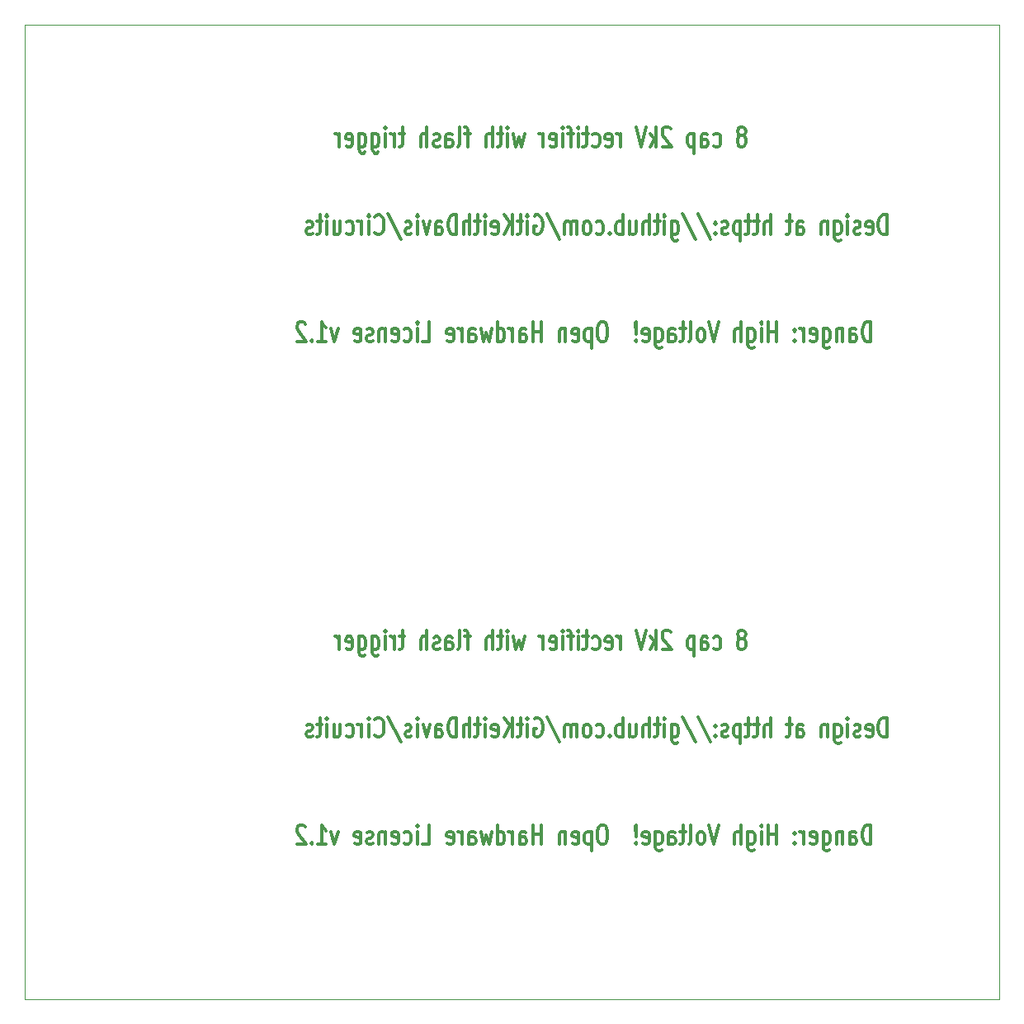
<source format=gbr>
G04 #@! TF.GenerationSoftware,KiCad,Pcbnew,5.1.4-e60b266~84~ubuntu16.04.1*
G04 #@! TF.CreationDate,2019-10-09T11:36:19-05:00*
G04 #@! TF.ProjectId,8cap,38636170-2e6b-4696-9361-645f70636258,rev?*
G04 #@! TF.SameCoordinates,Original*
G04 #@! TF.FileFunction,Legend,Bot*
G04 #@! TF.FilePolarity,Positive*
%FSLAX46Y46*%
G04 Gerber Fmt 4.6, Leading zero omitted, Abs format (unit mm)*
G04 Created by KiCad (PCBNEW 5.1.4-e60b266~84~ubuntu16.04.1) date 2019-10-09 11:36:19*
%MOMM*%
%LPD*%
G04 APERTURE LIST*
%ADD10C,0.050000*%
%ADD11C,0.300000*%
G04 APERTURE END LIST*
D10*
X100000000Y-150000000D02*
X100000000Y-50000000D01*
X200000000Y-150000000D02*
X100000000Y-150000000D01*
X200000000Y-50000000D02*
X200000000Y-150000000D01*
X100000000Y-50000000D02*
X200000000Y-50000000D01*
D11*
X173714285Y-61361904D02*
X173857142Y-61266666D01*
X173928571Y-61171428D01*
X174000000Y-60980952D01*
X174000000Y-60885714D01*
X173928571Y-60695238D01*
X173857142Y-60600000D01*
X173714285Y-60504761D01*
X173428571Y-60504761D01*
X173285714Y-60600000D01*
X173214285Y-60695238D01*
X173142857Y-60885714D01*
X173142857Y-60980952D01*
X173214285Y-61171428D01*
X173285714Y-61266666D01*
X173428571Y-61361904D01*
X173714285Y-61361904D01*
X173857142Y-61457142D01*
X173928571Y-61552380D01*
X174000000Y-61742857D01*
X174000000Y-62123809D01*
X173928571Y-62314285D01*
X173857142Y-62409523D01*
X173714285Y-62504761D01*
X173428571Y-62504761D01*
X173285714Y-62409523D01*
X173214285Y-62314285D01*
X173142857Y-62123809D01*
X173142857Y-61742857D01*
X173214285Y-61552380D01*
X173285714Y-61457142D01*
X173428571Y-61361904D01*
X170714285Y-62409523D02*
X170857142Y-62504761D01*
X171142857Y-62504761D01*
X171285714Y-62409523D01*
X171357142Y-62314285D01*
X171428571Y-62123809D01*
X171428571Y-61552380D01*
X171357142Y-61361904D01*
X171285714Y-61266666D01*
X171142857Y-61171428D01*
X170857142Y-61171428D01*
X170714285Y-61266666D01*
X169428571Y-62504761D02*
X169428571Y-61457142D01*
X169500000Y-61266666D01*
X169642857Y-61171428D01*
X169928571Y-61171428D01*
X170071428Y-61266666D01*
X169428571Y-62409523D02*
X169571428Y-62504761D01*
X169928571Y-62504761D01*
X170071428Y-62409523D01*
X170142857Y-62219047D01*
X170142857Y-62028571D01*
X170071428Y-61838095D01*
X169928571Y-61742857D01*
X169571428Y-61742857D01*
X169428571Y-61647619D01*
X168714285Y-61171428D02*
X168714285Y-63171428D01*
X168714285Y-61266666D02*
X168571428Y-61171428D01*
X168285714Y-61171428D01*
X168142857Y-61266666D01*
X168071428Y-61361904D01*
X168000000Y-61552380D01*
X168000000Y-62123809D01*
X168071428Y-62314285D01*
X168142857Y-62409523D01*
X168285714Y-62504761D01*
X168571428Y-62504761D01*
X168714285Y-62409523D01*
X166285714Y-60695238D02*
X166214285Y-60600000D01*
X166071428Y-60504761D01*
X165714285Y-60504761D01*
X165571428Y-60600000D01*
X165500000Y-60695238D01*
X165428571Y-60885714D01*
X165428571Y-61076190D01*
X165500000Y-61361904D01*
X166357142Y-62504761D01*
X165428571Y-62504761D01*
X164785714Y-62504761D02*
X164785714Y-60504761D01*
X164642857Y-61742857D02*
X164214285Y-62504761D01*
X164214285Y-61171428D02*
X164785714Y-61933333D01*
X163785714Y-60504761D02*
X163285714Y-62504761D01*
X162785714Y-60504761D01*
X161142857Y-62504761D02*
X161142857Y-61171428D01*
X161142857Y-61552380D02*
X161071428Y-61361904D01*
X161000000Y-61266666D01*
X160857142Y-61171428D01*
X160714285Y-61171428D01*
X159642857Y-62409523D02*
X159785714Y-62504761D01*
X160071428Y-62504761D01*
X160214285Y-62409523D01*
X160285714Y-62219047D01*
X160285714Y-61457142D01*
X160214285Y-61266666D01*
X160071428Y-61171428D01*
X159785714Y-61171428D01*
X159642857Y-61266666D01*
X159571428Y-61457142D01*
X159571428Y-61647619D01*
X160285714Y-61838095D01*
X158285714Y-62409523D02*
X158428571Y-62504761D01*
X158714285Y-62504761D01*
X158857142Y-62409523D01*
X158928571Y-62314285D01*
X159000000Y-62123809D01*
X159000000Y-61552380D01*
X158928571Y-61361904D01*
X158857142Y-61266666D01*
X158714285Y-61171428D01*
X158428571Y-61171428D01*
X158285714Y-61266666D01*
X157857142Y-61171428D02*
X157285714Y-61171428D01*
X157642857Y-60504761D02*
X157642857Y-62219047D01*
X157571428Y-62409523D01*
X157428571Y-62504761D01*
X157285714Y-62504761D01*
X156785714Y-62504761D02*
X156785714Y-61171428D01*
X156785714Y-60504761D02*
X156857142Y-60600000D01*
X156785714Y-60695238D01*
X156714285Y-60600000D01*
X156785714Y-60504761D01*
X156785714Y-60695238D01*
X156285714Y-61171428D02*
X155714285Y-61171428D01*
X156071428Y-62504761D02*
X156071428Y-60790476D01*
X156000000Y-60600000D01*
X155857142Y-60504761D01*
X155714285Y-60504761D01*
X155214285Y-62504761D02*
X155214285Y-61171428D01*
X155214285Y-60504761D02*
X155285714Y-60600000D01*
X155214285Y-60695238D01*
X155142857Y-60600000D01*
X155214285Y-60504761D01*
X155214285Y-60695238D01*
X153928571Y-62409523D02*
X154071428Y-62504761D01*
X154357142Y-62504761D01*
X154500000Y-62409523D01*
X154571428Y-62219047D01*
X154571428Y-61457142D01*
X154500000Y-61266666D01*
X154357142Y-61171428D01*
X154071428Y-61171428D01*
X153928571Y-61266666D01*
X153857142Y-61457142D01*
X153857142Y-61647619D01*
X154571428Y-61838095D01*
X153214285Y-62504761D02*
X153214285Y-61171428D01*
X153214285Y-61552380D02*
X153142857Y-61361904D01*
X153071428Y-61266666D01*
X152928571Y-61171428D01*
X152785714Y-61171428D01*
X151285714Y-61171428D02*
X151000000Y-62504761D01*
X150714285Y-61552380D01*
X150428571Y-62504761D01*
X150142857Y-61171428D01*
X149571428Y-62504761D02*
X149571428Y-61171428D01*
X149571428Y-60504761D02*
X149642857Y-60600000D01*
X149571428Y-60695238D01*
X149500000Y-60600000D01*
X149571428Y-60504761D01*
X149571428Y-60695238D01*
X149071428Y-61171428D02*
X148500000Y-61171428D01*
X148857142Y-60504761D02*
X148857142Y-62219047D01*
X148785714Y-62409523D01*
X148642857Y-62504761D01*
X148500000Y-62504761D01*
X148000000Y-62504761D02*
X148000000Y-60504761D01*
X147357142Y-62504761D02*
X147357142Y-61457142D01*
X147428571Y-61266666D01*
X147571428Y-61171428D01*
X147785714Y-61171428D01*
X147928571Y-61266666D01*
X148000000Y-61361904D01*
X145714285Y-61171428D02*
X145142857Y-61171428D01*
X145500000Y-62504761D02*
X145500000Y-60790476D01*
X145428571Y-60600000D01*
X145285714Y-60504761D01*
X145142857Y-60504761D01*
X144428571Y-62504761D02*
X144571428Y-62409523D01*
X144642857Y-62219047D01*
X144642857Y-60504761D01*
X143214285Y-62504761D02*
X143214285Y-61457142D01*
X143285714Y-61266666D01*
X143428571Y-61171428D01*
X143714285Y-61171428D01*
X143857142Y-61266666D01*
X143214285Y-62409523D02*
X143357142Y-62504761D01*
X143714285Y-62504761D01*
X143857142Y-62409523D01*
X143928571Y-62219047D01*
X143928571Y-62028571D01*
X143857142Y-61838095D01*
X143714285Y-61742857D01*
X143357142Y-61742857D01*
X143214285Y-61647619D01*
X142571428Y-62409523D02*
X142428571Y-62504761D01*
X142142857Y-62504761D01*
X142000000Y-62409523D01*
X141928571Y-62219047D01*
X141928571Y-62123809D01*
X142000000Y-61933333D01*
X142142857Y-61838095D01*
X142357142Y-61838095D01*
X142500000Y-61742857D01*
X142571428Y-61552380D01*
X142571428Y-61457142D01*
X142500000Y-61266666D01*
X142357142Y-61171428D01*
X142142857Y-61171428D01*
X142000000Y-61266666D01*
X141285714Y-62504761D02*
X141285714Y-60504761D01*
X140642857Y-62504761D02*
X140642857Y-61457142D01*
X140714285Y-61266666D01*
X140857142Y-61171428D01*
X141071428Y-61171428D01*
X141214285Y-61266666D01*
X141285714Y-61361904D01*
X139000000Y-61171428D02*
X138428571Y-61171428D01*
X138785714Y-60504761D02*
X138785714Y-62219047D01*
X138714285Y-62409523D01*
X138571428Y-62504761D01*
X138428571Y-62504761D01*
X137928571Y-62504761D02*
X137928571Y-61171428D01*
X137928571Y-61552380D02*
X137857142Y-61361904D01*
X137785714Y-61266666D01*
X137642857Y-61171428D01*
X137500000Y-61171428D01*
X137000000Y-62504761D02*
X137000000Y-61171428D01*
X137000000Y-60504761D02*
X137071428Y-60600000D01*
X137000000Y-60695238D01*
X136928571Y-60600000D01*
X137000000Y-60504761D01*
X137000000Y-60695238D01*
X135642857Y-61171428D02*
X135642857Y-62790476D01*
X135714285Y-62980952D01*
X135785714Y-63076190D01*
X135928571Y-63171428D01*
X136142857Y-63171428D01*
X136285714Y-63076190D01*
X135642857Y-62409523D02*
X135785714Y-62504761D01*
X136071428Y-62504761D01*
X136214285Y-62409523D01*
X136285714Y-62314285D01*
X136357142Y-62123809D01*
X136357142Y-61552380D01*
X136285714Y-61361904D01*
X136214285Y-61266666D01*
X136071428Y-61171428D01*
X135785714Y-61171428D01*
X135642857Y-61266666D01*
X134285714Y-61171428D02*
X134285714Y-62790476D01*
X134357142Y-62980952D01*
X134428571Y-63076190D01*
X134571428Y-63171428D01*
X134785714Y-63171428D01*
X134928571Y-63076190D01*
X134285714Y-62409523D02*
X134428571Y-62504761D01*
X134714285Y-62504761D01*
X134857142Y-62409523D01*
X134928571Y-62314285D01*
X135000000Y-62123809D01*
X135000000Y-61552380D01*
X134928571Y-61361904D01*
X134857142Y-61266666D01*
X134714285Y-61171428D01*
X134428571Y-61171428D01*
X134285714Y-61266666D01*
X133000000Y-62409523D02*
X133142857Y-62504761D01*
X133428571Y-62504761D01*
X133571428Y-62409523D01*
X133642857Y-62219047D01*
X133642857Y-61457142D01*
X133571428Y-61266666D01*
X133428571Y-61171428D01*
X133142857Y-61171428D01*
X133000000Y-61266666D01*
X132928571Y-61457142D01*
X132928571Y-61647619D01*
X133642857Y-61838095D01*
X132285714Y-62504761D02*
X132285714Y-61171428D01*
X132285714Y-61552380D02*
X132214285Y-61361904D01*
X132142857Y-61266666D01*
X132000000Y-61171428D01*
X131857142Y-61171428D01*
X188450000Y-71504761D02*
X188450000Y-69504761D01*
X188092857Y-69504761D01*
X187878571Y-69600000D01*
X187735714Y-69790476D01*
X187664285Y-69980952D01*
X187592857Y-70361904D01*
X187592857Y-70647619D01*
X187664285Y-71028571D01*
X187735714Y-71219047D01*
X187878571Y-71409523D01*
X188092857Y-71504761D01*
X188450000Y-71504761D01*
X186378571Y-71409523D02*
X186521428Y-71504761D01*
X186807142Y-71504761D01*
X186950000Y-71409523D01*
X187021428Y-71219047D01*
X187021428Y-70457142D01*
X186950000Y-70266666D01*
X186807142Y-70171428D01*
X186521428Y-70171428D01*
X186378571Y-70266666D01*
X186307142Y-70457142D01*
X186307142Y-70647619D01*
X187021428Y-70838095D01*
X185735714Y-71409523D02*
X185592857Y-71504761D01*
X185307142Y-71504761D01*
X185164285Y-71409523D01*
X185092857Y-71219047D01*
X185092857Y-71123809D01*
X185164285Y-70933333D01*
X185307142Y-70838095D01*
X185521428Y-70838095D01*
X185664285Y-70742857D01*
X185735714Y-70552380D01*
X185735714Y-70457142D01*
X185664285Y-70266666D01*
X185521428Y-70171428D01*
X185307142Y-70171428D01*
X185164285Y-70266666D01*
X184450000Y-71504761D02*
X184450000Y-70171428D01*
X184450000Y-69504761D02*
X184521428Y-69600000D01*
X184450000Y-69695238D01*
X184378571Y-69600000D01*
X184450000Y-69504761D01*
X184450000Y-69695238D01*
X183092857Y-70171428D02*
X183092857Y-71790476D01*
X183164285Y-71980952D01*
X183235714Y-72076190D01*
X183378571Y-72171428D01*
X183592857Y-72171428D01*
X183735714Y-72076190D01*
X183092857Y-71409523D02*
X183235714Y-71504761D01*
X183521428Y-71504761D01*
X183664285Y-71409523D01*
X183735714Y-71314285D01*
X183807142Y-71123809D01*
X183807142Y-70552380D01*
X183735714Y-70361904D01*
X183664285Y-70266666D01*
X183521428Y-70171428D01*
X183235714Y-70171428D01*
X183092857Y-70266666D01*
X182378571Y-70171428D02*
X182378571Y-71504761D01*
X182378571Y-70361904D02*
X182307142Y-70266666D01*
X182164285Y-70171428D01*
X181950000Y-70171428D01*
X181807142Y-70266666D01*
X181735714Y-70457142D01*
X181735714Y-71504761D01*
X179235714Y-71504761D02*
X179235714Y-70457142D01*
X179307142Y-70266666D01*
X179450000Y-70171428D01*
X179735714Y-70171428D01*
X179878571Y-70266666D01*
X179235714Y-71409523D02*
X179378571Y-71504761D01*
X179735714Y-71504761D01*
X179878571Y-71409523D01*
X179950000Y-71219047D01*
X179950000Y-71028571D01*
X179878571Y-70838095D01*
X179735714Y-70742857D01*
X179378571Y-70742857D01*
X179235714Y-70647619D01*
X178735714Y-70171428D02*
X178164285Y-70171428D01*
X178521428Y-69504761D02*
X178521428Y-71219047D01*
X178450000Y-71409523D01*
X178307142Y-71504761D01*
X178164285Y-71504761D01*
X176521428Y-71504761D02*
X176521428Y-69504761D01*
X175878571Y-71504761D02*
X175878571Y-70457142D01*
X175950000Y-70266666D01*
X176092857Y-70171428D01*
X176307142Y-70171428D01*
X176450000Y-70266666D01*
X176521428Y-70361904D01*
X175378571Y-70171428D02*
X174807142Y-70171428D01*
X175164285Y-69504761D02*
X175164285Y-71219047D01*
X175092857Y-71409523D01*
X174950000Y-71504761D01*
X174807142Y-71504761D01*
X174521428Y-70171428D02*
X173950000Y-70171428D01*
X174307142Y-69504761D02*
X174307142Y-71219047D01*
X174235714Y-71409523D01*
X174092857Y-71504761D01*
X173950000Y-71504761D01*
X173450000Y-70171428D02*
X173450000Y-72171428D01*
X173450000Y-70266666D02*
X173307142Y-70171428D01*
X173021428Y-70171428D01*
X172878571Y-70266666D01*
X172807142Y-70361904D01*
X172735714Y-70552380D01*
X172735714Y-71123809D01*
X172807142Y-71314285D01*
X172878571Y-71409523D01*
X173021428Y-71504761D01*
X173307142Y-71504761D01*
X173450000Y-71409523D01*
X172164285Y-71409523D02*
X172021428Y-71504761D01*
X171735714Y-71504761D01*
X171592857Y-71409523D01*
X171521428Y-71219047D01*
X171521428Y-71123809D01*
X171592857Y-70933333D01*
X171735714Y-70838095D01*
X171950000Y-70838095D01*
X172092857Y-70742857D01*
X172164285Y-70552380D01*
X172164285Y-70457142D01*
X172092857Y-70266666D01*
X171950000Y-70171428D01*
X171735714Y-70171428D01*
X171592857Y-70266666D01*
X170878571Y-71314285D02*
X170807142Y-71409523D01*
X170878571Y-71504761D01*
X170950000Y-71409523D01*
X170878571Y-71314285D01*
X170878571Y-71504761D01*
X170878571Y-70266666D02*
X170807142Y-70361904D01*
X170878571Y-70457142D01*
X170950000Y-70361904D01*
X170878571Y-70266666D01*
X170878571Y-70457142D01*
X169092857Y-69409523D02*
X170378571Y-71980952D01*
X167521428Y-69409523D02*
X168807142Y-71980952D01*
X166378571Y-70171428D02*
X166378571Y-71790476D01*
X166450000Y-71980952D01*
X166521428Y-72076190D01*
X166664285Y-72171428D01*
X166878571Y-72171428D01*
X167021428Y-72076190D01*
X166378571Y-71409523D02*
X166521428Y-71504761D01*
X166807142Y-71504761D01*
X166950000Y-71409523D01*
X167021428Y-71314285D01*
X167092857Y-71123809D01*
X167092857Y-70552380D01*
X167021428Y-70361904D01*
X166950000Y-70266666D01*
X166807142Y-70171428D01*
X166521428Y-70171428D01*
X166378571Y-70266666D01*
X165664285Y-71504761D02*
X165664285Y-70171428D01*
X165664285Y-69504761D02*
X165735714Y-69600000D01*
X165664285Y-69695238D01*
X165592857Y-69600000D01*
X165664285Y-69504761D01*
X165664285Y-69695238D01*
X165164285Y-70171428D02*
X164592857Y-70171428D01*
X164949999Y-69504761D02*
X164949999Y-71219047D01*
X164878571Y-71409523D01*
X164735714Y-71504761D01*
X164592857Y-71504761D01*
X164092857Y-71504761D02*
X164092857Y-69504761D01*
X163449999Y-71504761D02*
X163449999Y-70457142D01*
X163521428Y-70266666D01*
X163664285Y-70171428D01*
X163878571Y-70171428D01*
X164021428Y-70266666D01*
X164092857Y-70361904D01*
X162092857Y-70171428D02*
X162092857Y-71504761D01*
X162735714Y-70171428D02*
X162735714Y-71219047D01*
X162664285Y-71409523D01*
X162521428Y-71504761D01*
X162307142Y-71504761D01*
X162164285Y-71409523D01*
X162092857Y-71314285D01*
X161378571Y-71504761D02*
X161378571Y-69504761D01*
X161378571Y-70266666D02*
X161235714Y-70171428D01*
X160949999Y-70171428D01*
X160807142Y-70266666D01*
X160735714Y-70361904D01*
X160664285Y-70552380D01*
X160664285Y-71123809D01*
X160735714Y-71314285D01*
X160807142Y-71409523D01*
X160949999Y-71504761D01*
X161235714Y-71504761D01*
X161378571Y-71409523D01*
X160021428Y-71314285D02*
X159949999Y-71409523D01*
X160021428Y-71504761D01*
X160092857Y-71409523D01*
X160021428Y-71314285D01*
X160021428Y-71504761D01*
X158664285Y-71409523D02*
X158807142Y-71504761D01*
X159092857Y-71504761D01*
X159235714Y-71409523D01*
X159307142Y-71314285D01*
X159378571Y-71123809D01*
X159378571Y-70552380D01*
X159307142Y-70361904D01*
X159235714Y-70266666D01*
X159092857Y-70171428D01*
X158807142Y-70171428D01*
X158664285Y-70266666D01*
X157807142Y-71504761D02*
X157949999Y-71409523D01*
X158021428Y-71314285D01*
X158092857Y-71123809D01*
X158092857Y-70552380D01*
X158021428Y-70361904D01*
X157949999Y-70266666D01*
X157807142Y-70171428D01*
X157592857Y-70171428D01*
X157449999Y-70266666D01*
X157378571Y-70361904D01*
X157307142Y-70552380D01*
X157307142Y-71123809D01*
X157378571Y-71314285D01*
X157449999Y-71409523D01*
X157592857Y-71504761D01*
X157807142Y-71504761D01*
X156664285Y-71504761D02*
X156664285Y-70171428D01*
X156664285Y-70361904D02*
X156592857Y-70266666D01*
X156449999Y-70171428D01*
X156235714Y-70171428D01*
X156092857Y-70266666D01*
X156021428Y-70457142D01*
X156021428Y-71504761D01*
X156021428Y-70457142D02*
X155949999Y-70266666D01*
X155807142Y-70171428D01*
X155592857Y-70171428D01*
X155449999Y-70266666D01*
X155378571Y-70457142D01*
X155378571Y-71504761D01*
X153592857Y-69409523D02*
X154878571Y-71980952D01*
X152307142Y-69600000D02*
X152449999Y-69504761D01*
X152664285Y-69504761D01*
X152878571Y-69600000D01*
X153021428Y-69790476D01*
X153092857Y-69980952D01*
X153164285Y-70361904D01*
X153164285Y-70647619D01*
X153092857Y-71028571D01*
X153021428Y-71219047D01*
X152878571Y-71409523D01*
X152664285Y-71504761D01*
X152521428Y-71504761D01*
X152307142Y-71409523D01*
X152235714Y-71314285D01*
X152235714Y-70647619D01*
X152521428Y-70647619D01*
X151592857Y-71504761D02*
X151592857Y-70171428D01*
X151592857Y-69504761D02*
X151664285Y-69600000D01*
X151592857Y-69695238D01*
X151521428Y-69600000D01*
X151592857Y-69504761D01*
X151592857Y-69695238D01*
X151092857Y-70171428D02*
X150521428Y-70171428D01*
X150878571Y-69504761D02*
X150878571Y-71219047D01*
X150807142Y-71409523D01*
X150664285Y-71504761D01*
X150521428Y-71504761D01*
X150021428Y-71504761D02*
X150021428Y-69504761D01*
X149164285Y-71504761D02*
X149807142Y-70361904D01*
X149164285Y-69504761D02*
X150021428Y-70647619D01*
X147949999Y-71409523D02*
X148092857Y-71504761D01*
X148378571Y-71504761D01*
X148521428Y-71409523D01*
X148592857Y-71219047D01*
X148592857Y-70457142D01*
X148521428Y-70266666D01*
X148378571Y-70171428D01*
X148092857Y-70171428D01*
X147949999Y-70266666D01*
X147878571Y-70457142D01*
X147878571Y-70647619D01*
X148592857Y-70838095D01*
X147235714Y-71504761D02*
X147235714Y-70171428D01*
X147235714Y-69504761D02*
X147307142Y-69600000D01*
X147235714Y-69695238D01*
X147164285Y-69600000D01*
X147235714Y-69504761D01*
X147235714Y-69695238D01*
X146735714Y-70171428D02*
X146164285Y-70171428D01*
X146521428Y-69504761D02*
X146521428Y-71219047D01*
X146449999Y-71409523D01*
X146307142Y-71504761D01*
X146164285Y-71504761D01*
X145664285Y-71504761D02*
X145664285Y-69504761D01*
X145021428Y-71504761D02*
X145021428Y-70457142D01*
X145092857Y-70266666D01*
X145235714Y-70171428D01*
X145449999Y-70171428D01*
X145592857Y-70266666D01*
X145664285Y-70361904D01*
X144307142Y-71504761D02*
X144307142Y-69504761D01*
X143949999Y-69504761D01*
X143735714Y-69600000D01*
X143592857Y-69790476D01*
X143521428Y-69980952D01*
X143449999Y-70361904D01*
X143449999Y-70647619D01*
X143521428Y-71028571D01*
X143592857Y-71219047D01*
X143735714Y-71409523D01*
X143949999Y-71504761D01*
X144307142Y-71504761D01*
X142164285Y-71504761D02*
X142164285Y-70457142D01*
X142235714Y-70266666D01*
X142378571Y-70171428D01*
X142664285Y-70171428D01*
X142807142Y-70266666D01*
X142164285Y-71409523D02*
X142307142Y-71504761D01*
X142664285Y-71504761D01*
X142807142Y-71409523D01*
X142878571Y-71219047D01*
X142878571Y-71028571D01*
X142807142Y-70838095D01*
X142664285Y-70742857D01*
X142307142Y-70742857D01*
X142164285Y-70647619D01*
X141592857Y-70171428D02*
X141235714Y-71504761D01*
X140878571Y-70171428D01*
X140307142Y-71504761D02*
X140307142Y-70171428D01*
X140307142Y-69504761D02*
X140378571Y-69600000D01*
X140307142Y-69695238D01*
X140235714Y-69600000D01*
X140307142Y-69504761D01*
X140307142Y-69695238D01*
X139664285Y-71409523D02*
X139521428Y-71504761D01*
X139235714Y-71504761D01*
X139092857Y-71409523D01*
X139021428Y-71219047D01*
X139021428Y-71123809D01*
X139092857Y-70933333D01*
X139235714Y-70838095D01*
X139449999Y-70838095D01*
X139592857Y-70742857D01*
X139664285Y-70552380D01*
X139664285Y-70457142D01*
X139592857Y-70266666D01*
X139449999Y-70171428D01*
X139235714Y-70171428D01*
X139092857Y-70266666D01*
X137307142Y-69409523D02*
X138592857Y-71980952D01*
X135949999Y-71314285D02*
X136021428Y-71409523D01*
X136235714Y-71504761D01*
X136378571Y-71504761D01*
X136592857Y-71409523D01*
X136735714Y-71219047D01*
X136807142Y-71028571D01*
X136878571Y-70647619D01*
X136878571Y-70361904D01*
X136807142Y-69980952D01*
X136735714Y-69790476D01*
X136592857Y-69600000D01*
X136378571Y-69504761D01*
X136235714Y-69504761D01*
X136021428Y-69600000D01*
X135949999Y-69695238D01*
X135307142Y-71504761D02*
X135307142Y-70171428D01*
X135307142Y-69504761D02*
X135378571Y-69600000D01*
X135307142Y-69695238D01*
X135235714Y-69600000D01*
X135307142Y-69504761D01*
X135307142Y-69695238D01*
X134592857Y-71504761D02*
X134592857Y-70171428D01*
X134592857Y-70552380D02*
X134521428Y-70361904D01*
X134449999Y-70266666D01*
X134307142Y-70171428D01*
X134164285Y-70171428D01*
X133021428Y-71409523D02*
X133164285Y-71504761D01*
X133449999Y-71504761D01*
X133592857Y-71409523D01*
X133664285Y-71314285D01*
X133735714Y-71123809D01*
X133735714Y-70552380D01*
X133664285Y-70361904D01*
X133592857Y-70266666D01*
X133449999Y-70171428D01*
X133164285Y-70171428D01*
X133021428Y-70266666D01*
X131735714Y-70171428D02*
X131735714Y-71504761D01*
X132378571Y-70171428D02*
X132378571Y-71219047D01*
X132307142Y-71409523D01*
X132164285Y-71504761D01*
X131949999Y-71504761D01*
X131807142Y-71409523D01*
X131735714Y-71314285D01*
X131021428Y-71504761D02*
X131021428Y-70171428D01*
X131021428Y-69504761D02*
X131092857Y-69600000D01*
X131021428Y-69695238D01*
X130949999Y-69600000D01*
X131021428Y-69504761D01*
X131021428Y-69695238D01*
X130521428Y-70171428D02*
X129949999Y-70171428D01*
X130307142Y-69504761D02*
X130307142Y-71219047D01*
X130235714Y-71409523D01*
X130092857Y-71504761D01*
X129949999Y-71504761D01*
X129521428Y-71409523D02*
X129378571Y-71504761D01*
X129092857Y-71504761D01*
X128949999Y-71409523D01*
X128878571Y-71219047D01*
X128878571Y-71123809D01*
X128949999Y-70933333D01*
X129092857Y-70838095D01*
X129307142Y-70838095D01*
X129449999Y-70742857D01*
X129521428Y-70552380D01*
X129521428Y-70457142D01*
X129449999Y-70266666D01*
X129307142Y-70171428D01*
X129092857Y-70171428D01*
X128949999Y-70266666D01*
X186792857Y-82504761D02*
X186792857Y-80504761D01*
X186435714Y-80504761D01*
X186221428Y-80600000D01*
X186078571Y-80790476D01*
X186007142Y-80980952D01*
X185935714Y-81361904D01*
X185935714Y-81647619D01*
X186007142Y-82028571D01*
X186078571Y-82219047D01*
X186221428Y-82409523D01*
X186435714Y-82504761D01*
X186792857Y-82504761D01*
X184650000Y-82504761D02*
X184650000Y-81457142D01*
X184721428Y-81266666D01*
X184864285Y-81171428D01*
X185150000Y-81171428D01*
X185292857Y-81266666D01*
X184650000Y-82409523D02*
X184792857Y-82504761D01*
X185150000Y-82504761D01*
X185292857Y-82409523D01*
X185364285Y-82219047D01*
X185364285Y-82028571D01*
X185292857Y-81838095D01*
X185150000Y-81742857D01*
X184792857Y-81742857D01*
X184650000Y-81647619D01*
X183935714Y-81171428D02*
X183935714Y-82504761D01*
X183935714Y-81361904D02*
X183864285Y-81266666D01*
X183721428Y-81171428D01*
X183507142Y-81171428D01*
X183364285Y-81266666D01*
X183292857Y-81457142D01*
X183292857Y-82504761D01*
X181935714Y-81171428D02*
X181935714Y-82790476D01*
X182007142Y-82980952D01*
X182078571Y-83076190D01*
X182221428Y-83171428D01*
X182435714Y-83171428D01*
X182578571Y-83076190D01*
X181935714Y-82409523D02*
X182078571Y-82504761D01*
X182364285Y-82504761D01*
X182507142Y-82409523D01*
X182578571Y-82314285D01*
X182650000Y-82123809D01*
X182650000Y-81552380D01*
X182578571Y-81361904D01*
X182507142Y-81266666D01*
X182364285Y-81171428D01*
X182078571Y-81171428D01*
X181935714Y-81266666D01*
X180650000Y-82409523D02*
X180792857Y-82504761D01*
X181078571Y-82504761D01*
X181221428Y-82409523D01*
X181292857Y-82219047D01*
X181292857Y-81457142D01*
X181221428Y-81266666D01*
X181078571Y-81171428D01*
X180792857Y-81171428D01*
X180650000Y-81266666D01*
X180578571Y-81457142D01*
X180578571Y-81647619D01*
X181292857Y-81838095D01*
X179935714Y-82504761D02*
X179935714Y-81171428D01*
X179935714Y-81552380D02*
X179864285Y-81361904D01*
X179792857Y-81266666D01*
X179650000Y-81171428D01*
X179507142Y-81171428D01*
X179007142Y-82314285D02*
X178935714Y-82409523D01*
X179007142Y-82504761D01*
X179078571Y-82409523D01*
X179007142Y-82314285D01*
X179007142Y-82504761D01*
X179007142Y-81266666D02*
X178935714Y-81361904D01*
X179007142Y-81457142D01*
X179078571Y-81361904D01*
X179007142Y-81266666D01*
X179007142Y-81457142D01*
X177150000Y-82504761D02*
X177150000Y-80504761D01*
X177150000Y-81457142D02*
X176292857Y-81457142D01*
X176292857Y-82504761D02*
X176292857Y-80504761D01*
X175578571Y-82504761D02*
X175578571Y-81171428D01*
X175578571Y-80504761D02*
X175650000Y-80600000D01*
X175578571Y-80695238D01*
X175507142Y-80600000D01*
X175578571Y-80504761D01*
X175578571Y-80695238D01*
X174221428Y-81171428D02*
X174221428Y-82790476D01*
X174292857Y-82980952D01*
X174364285Y-83076190D01*
X174507142Y-83171428D01*
X174721428Y-83171428D01*
X174864285Y-83076190D01*
X174221428Y-82409523D02*
X174364285Y-82504761D01*
X174650000Y-82504761D01*
X174792857Y-82409523D01*
X174864285Y-82314285D01*
X174935714Y-82123809D01*
X174935714Y-81552380D01*
X174864285Y-81361904D01*
X174792857Y-81266666D01*
X174650000Y-81171428D01*
X174364285Y-81171428D01*
X174221428Y-81266666D01*
X173507142Y-82504761D02*
X173507142Y-80504761D01*
X172864285Y-82504761D02*
X172864285Y-81457142D01*
X172935714Y-81266666D01*
X173078571Y-81171428D01*
X173292857Y-81171428D01*
X173435714Y-81266666D01*
X173507142Y-81361904D01*
X171221428Y-80504761D02*
X170721428Y-82504761D01*
X170221428Y-80504761D01*
X169507142Y-82504761D02*
X169650000Y-82409523D01*
X169721428Y-82314285D01*
X169792857Y-82123809D01*
X169792857Y-81552380D01*
X169721428Y-81361904D01*
X169650000Y-81266666D01*
X169507142Y-81171428D01*
X169292857Y-81171428D01*
X169150000Y-81266666D01*
X169078571Y-81361904D01*
X169007142Y-81552380D01*
X169007142Y-82123809D01*
X169078571Y-82314285D01*
X169150000Y-82409523D01*
X169292857Y-82504761D01*
X169507142Y-82504761D01*
X168150000Y-82504761D02*
X168292857Y-82409523D01*
X168364285Y-82219047D01*
X168364285Y-80504761D01*
X167792857Y-81171428D02*
X167221428Y-81171428D01*
X167578571Y-80504761D02*
X167578571Y-82219047D01*
X167507142Y-82409523D01*
X167364285Y-82504761D01*
X167221428Y-82504761D01*
X166078571Y-82504761D02*
X166078571Y-81457142D01*
X166150000Y-81266666D01*
X166292857Y-81171428D01*
X166578571Y-81171428D01*
X166721428Y-81266666D01*
X166078571Y-82409523D02*
X166221428Y-82504761D01*
X166578571Y-82504761D01*
X166721428Y-82409523D01*
X166792857Y-82219047D01*
X166792857Y-82028571D01*
X166721428Y-81838095D01*
X166578571Y-81742857D01*
X166221428Y-81742857D01*
X166078571Y-81647619D01*
X164721428Y-81171428D02*
X164721428Y-82790476D01*
X164792857Y-82980952D01*
X164864285Y-83076190D01*
X165007142Y-83171428D01*
X165221428Y-83171428D01*
X165364285Y-83076190D01*
X164721428Y-82409523D02*
X164864285Y-82504761D01*
X165150000Y-82504761D01*
X165292857Y-82409523D01*
X165364285Y-82314285D01*
X165435714Y-82123809D01*
X165435714Y-81552380D01*
X165364285Y-81361904D01*
X165292857Y-81266666D01*
X165150000Y-81171428D01*
X164864285Y-81171428D01*
X164721428Y-81266666D01*
X163435714Y-82409523D02*
X163578571Y-82504761D01*
X163864285Y-82504761D01*
X164007142Y-82409523D01*
X164078571Y-82219047D01*
X164078571Y-81457142D01*
X164007142Y-81266666D01*
X163864285Y-81171428D01*
X163578571Y-81171428D01*
X163435714Y-81266666D01*
X163364285Y-81457142D01*
X163364285Y-81647619D01*
X164078571Y-81838095D01*
X162721428Y-82314285D02*
X162650000Y-82409523D01*
X162721428Y-82504761D01*
X162792857Y-82409523D01*
X162721428Y-82314285D01*
X162721428Y-82504761D01*
X162721428Y-81742857D02*
X162792857Y-80600000D01*
X162721428Y-80504761D01*
X162650000Y-80600000D01*
X162721428Y-81742857D01*
X162721428Y-80504761D01*
X159435714Y-80504761D02*
X159150000Y-80504761D01*
X159007142Y-80600000D01*
X158864285Y-80790476D01*
X158792857Y-81171428D01*
X158792857Y-81838095D01*
X158864285Y-82219047D01*
X159007142Y-82409523D01*
X159150000Y-82504761D01*
X159435714Y-82504761D01*
X159578571Y-82409523D01*
X159721428Y-82219047D01*
X159792857Y-81838095D01*
X159792857Y-81171428D01*
X159721428Y-80790476D01*
X159578571Y-80600000D01*
X159435714Y-80504761D01*
X158150000Y-81171428D02*
X158150000Y-83171428D01*
X158150000Y-81266666D02*
X158007142Y-81171428D01*
X157721428Y-81171428D01*
X157578571Y-81266666D01*
X157507142Y-81361904D01*
X157435714Y-81552380D01*
X157435714Y-82123809D01*
X157507142Y-82314285D01*
X157578571Y-82409523D01*
X157721428Y-82504761D01*
X158007142Y-82504761D01*
X158150000Y-82409523D01*
X156221428Y-82409523D02*
X156364285Y-82504761D01*
X156650000Y-82504761D01*
X156792857Y-82409523D01*
X156864285Y-82219047D01*
X156864285Y-81457142D01*
X156792857Y-81266666D01*
X156650000Y-81171428D01*
X156364285Y-81171428D01*
X156221428Y-81266666D01*
X156150000Y-81457142D01*
X156150000Y-81647619D01*
X156864285Y-81838095D01*
X155507142Y-81171428D02*
X155507142Y-82504761D01*
X155507142Y-81361904D02*
X155435714Y-81266666D01*
X155292857Y-81171428D01*
X155078571Y-81171428D01*
X154935714Y-81266666D01*
X154864285Y-81457142D01*
X154864285Y-82504761D01*
X153007142Y-82504761D02*
X153007142Y-80504761D01*
X153007142Y-81457142D02*
X152150000Y-81457142D01*
X152150000Y-82504761D02*
X152150000Y-80504761D01*
X150792857Y-82504761D02*
X150792857Y-81457142D01*
X150864285Y-81266666D01*
X151007142Y-81171428D01*
X151292857Y-81171428D01*
X151435714Y-81266666D01*
X150792857Y-82409523D02*
X150935714Y-82504761D01*
X151292857Y-82504761D01*
X151435714Y-82409523D01*
X151507142Y-82219047D01*
X151507142Y-82028571D01*
X151435714Y-81838095D01*
X151292857Y-81742857D01*
X150935714Y-81742857D01*
X150792857Y-81647619D01*
X150078571Y-82504761D02*
X150078571Y-81171428D01*
X150078571Y-81552380D02*
X150007142Y-81361904D01*
X149935714Y-81266666D01*
X149792857Y-81171428D01*
X149650000Y-81171428D01*
X148507142Y-82504761D02*
X148507142Y-80504761D01*
X148507142Y-82409523D02*
X148650000Y-82504761D01*
X148935714Y-82504761D01*
X149078571Y-82409523D01*
X149150000Y-82314285D01*
X149221428Y-82123809D01*
X149221428Y-81552380D01*
X149150000Y-81361904D01*
X149078571Y-81266666D01*
X148935714Y-81171428D01*
X148650000Y-81171428D01*
X148507142Y-81266666D01*
X147935714Y-81171428D02*
X147650000Y-82504761D01*
X147364285Y-81552380D01*
X147078571Y-82504761D01*
X146792857Y-81171428D01*
X145578571Y-82504761D02*
X145578571Y-81457142D01*
X145650000Y-81266666D01*
X145792857Y-81171428D01*
X146078571Y-81171428D01*
X146221428Y-81266666D01*
X145578571Y-82409523D02*
X145721428Y-82504761D01*
X146078571Y-82504761D01*
X146221428Y-82409523D01*
X146292857Y-82219047D01*
X146292857Y-82028571D01*
X146221428Y-81838095D01*
X146078571Y-81742857D01*
X145721428Y-81742857D01*
X145578571Y-81647619D01*
X144864285Y-82504761D02*
X144864285Y-81171428D01*
X144864285Y-81552380D02*
X144792857Y-81361904D01*
X144721428Y-81266666D01*
X144578571Y-81171428D01*
X144435714Y-81171428D01*
X143364285Y-82409523D02*
X143507142Y-82504761D01*
X143792857Y-82504761D01*
X143935714Y-82409523D01*
X144007142Y-82219047D01*
X144007142Y-81457142D01*
X143935714Y-81266666D01*
X143792857Y-81171428D01*
X143507142Y-81171428D01*
X143364285Y-81266666D01*
X143292857Y-81457142D01*
X143292857Y-81647619D01*
X144007142Y-81838095D01*
X140792857Y-82504761D02*
X141507142Y-82504761D01*
X141507142Y-80504761D01*
X140292857Y-82504761D02*
X140292857Y-81171428D01*
X140292857Y-80504761D02*
X140364285Y-80600000D01*
X140292857Y-80695238D01*
X140221428Y-80600000D01*
X140292857Y-80504761D01*
X140292857Y-80695238D01*
X138935714Y-82409523D02*
X139078571Y-82504761D01*
X139364285Y-82504761D01*
X139507142Y-82409523D01*
X139578571Y-82314285D01*
X139649999Y-82123809D01*
X139649999Y-81552380D01*
X139578571Y-81361904D01*
X139507142Y-81266666D01*
X139364285Y-81171428D01*
X139078571Y-81171428D01*
X138935714Y-81266666D01*
X137721428Y-82409523D02*
X137864285Y-82504761D01*
X138149999Y-82504761D01*
X138292857Y-82409523D01*
X138364285Y-82219047D01*
X138364285Y-81457142D01*
X138292857Y-81266666D01*
X138149999Y-81171428D01*
X137864285Y-81171428D01*
X137721428Y-81266666D01*
X137649999Y-81457142D01*
X137649999Y-81647619D01*
X138364285Y-81838095D01*
X137007142Y-81171428D02*
X137007142Y-82504761D01*
X137007142Y-81361904D02*
X136935714Y-81266666D01*
X136792857Y-81171428D01*
X136578571Y-81171428D01*
X136435714Y-81266666D01*
X136364285Y-81457142D01*
X136364285Y-82504761D01*
X135721428Y-82409523D02*
X135578571Y-82504761D01*
X135292857Y-82504761D01*
X135149999Y-82409523D01*
X135078571Y-82219047D01*
X135078571Y-82123809D01*
X135149999Y-81933333D01*
X135292857Y-81838095D01*
X135507142Y-81838095D01*
X135649999Y-81742857D01*
X135721428Y-81552380D01*
X135721428Y-81457142D01*
X135649999Y-81266666D01*
X135507142Y-81171428D01*
X135292857Y-81171428D01*
X135149999Y-81266666D01*
X133864285Y-82409523D02*
X134007142Y-82504761D01*
X134292857Y-82504761D01*
X134435714Y-82409523D01*
X134507142Y-82219047D01*
X134507142Y-81457142D01*
X134435714Y-81266666D01*
X134292857Y-81171428D01*
X134007142Y-81171428D01*
X133864285Y-81266666D01*
X133792857Y-81457142D01*
X133792857Y-81647619D01*
X134507142Y-81838095D01*
X132149999Y-81171428D02*
X131792857Y-82504761D01*
X131435714Y-81171428D01*
X130078571Y-82504761D02*
X130935714Y-82504761D01*
X130507142Y-82504761D02*
X130507142Y-80504761D01*
X130649999Y-80790476D01*
X130792857Y-80980952D01*
X130935714Y-81076190D01*
X129435714Y-82314285D02*
X129364285Y-82409523D01*
X129435714Y-82504761D01*
X129507142Y-82409523D01*
X129435714Y-82314285D01*
X129435714Y-82504761D01*
X128792857Y-80695238D02*
X128721428Y-80600000D01*
X128578571Y-80504761D01*
X128221428Y-80504761D01*
X128078571Y-80600000D01*
X128007142Y-80695238D01*
X127935714Y-80885714D01*
X127935714Y-81076190D01*
X128007142Y-81361904D01*
X128864285Y-82504761D01*
X127935714Y-82504761D01*
X186792857Y-134104761D02*
X186792857Y-132104761D01*
X186435714Y-132104761D01*
X186221428Y-132200000D01*
X186078571Y-132390476D01*
X186007142Y-132580952D01*
X185935714Y-132961904D01*
X185935714Y-133247619D01*
X186007142Y-133628571D01*
X186078571Y-133819047D01*
X186221428Y-134009523D01*
X186435714Y-134104761D01*
X186792857Y-134104761D01*
X184650000Y-134104761D02*
X184650000Y-133057142D01*
X184721428Y-132866666D01*
X184864285Y-132771428D01*
X185150000Y-132771428D01*
X185292857Y-132866666D01*
X184650000Y-134009523D02*
X184792857Y-134104761D01*
X185150000Y-134104761D01*
X185292857Y-134009523D01*
X185364285Y-133819047D01*
X185364285Y-133628571D01*
X185292857Y-133438095D01*
X185150000Y-133342857D01*
X184792857Y-133342857D01*
X184650000Y-133247619D01*
X183935714Y-132771428D02*
X183935714Y-134104761D01*
X183935714Y-132961904D02*
X183864285Y-132866666D01*
X183721428Y-132771428D01*
X183507142Y-132771428D01*
X183364285Y-132866666D01*
X183292857Y-133057142D01*
X183292857Y-134104761D01*
X181935714Y-132771428D02*
X181935714Y-134390476D01*
X182007142Y-134580952D01*
X182078571Y-134676190D01*
X182221428Y-134771428D01*
X182435714Y-134771428D01*
X182578571Y-134676190D01*
X181935714Y-134009523D02*
X182078571Y-134104761D01*
X182364285Y-134104761D01*
X182507142Y-134009523D01*
X182578571Y-133914285D01*
X182650000Y-133723809D01*
X182650000Y-133152380D01*
X182578571Y-132961904D01*
X182507142Y-132866666D01*
X182364285Y-132771428D01*
X182078571Y-132771428D01*
X181935714Y-132866666D01*
X180650000Y-134009523D02*
X180792857Y-134104761D01*
X181078571Y-134104761D01*
X181221428Y-134009523D01*
X181292857Y-133819047D01*
X181292857Y-133057142D01*
X181221428Y-132866666D01*
X181078571Y-132771428D01*
X180792857Y-132771428D01*
X180650000Y-132866666D01*
X180578571Y-133057142D01*
X180578571Y-133247619D01*
X181292857Y-133438095D01*
X179935714Y-134104761D02*
X179935714Y-132771428D01*
X179935714Y-133152380D02*
X179864285Y-132961904D01*
X179792857Y-132866666D01*
X179650000Y-132771428D01*
X179507142Y-132771428D01*
X179007142Y-133914285D02*
X178935714Y-134009523D01*
X179007142Y-134104761D01*
X179078571Y-134009523D01*
X179007142Y-133914285D01*
X179007142Y-134104761D01*
X179007142Y-132866666D02*
X178935714Y-132961904D01*
X179007142Y-133057142D01*
X179078571Y-132961904D01*
X179007142Y-132866666D01*
X179007142Y-133057142D01*
X177150000Y-134104761D02*
X177150000Y-132104761D01*
X177150000Y-133057142D02*
X176292857Y-133057142D01*
X176292857Y-134104761D02*
X176292857Y-132104761D01*
X175578571Y-134104761D02*
X175578571Y-132771428D01*
X175578571Y-132104761D02*
X175650000Y-132200000D01*
X175578571Y-132295238D01*
X175507142Y-132200000D01*
X175578571Y-132104761D01*
X175578571Y-132295238D01*
X174221428Y-132771428D02*
X174221428Y-134390476D01*
X174292857Y-134580952D01*
X174364285Y-134676190D01*
X174507142Y-134771428D01*
X174721428Y-134771428D01*
X174864285Y-134676190D01*
X174221428Y-134009523D02*
X174364285Y-134104761D01*
X174650000Y-134104761D01*
X174792857Y-134009523D01*
X174864285Y-133914285D01*
X174935714Y-133723809D01*
X174935714Y-133152380D01*
X174864285Y-132961904D01*
X174792857Y-132866666D01*
X174650000Y-132771428D01*
X174364285Y-132771428D01*
X174221428Y-132866666D01*
X173507142Y-134104761D02*
X173507142Y-132104761D01*
X172864285Y-134104761D02*
X172864285Y-133057142D01*
X172935714Y-132866666D01*
X173078571Y-132771428D01*
X173292857Y-132771428D01*
X173435714Y-132866666D01*
X173507142Y-132961904D01*
X171221428Y-132104761D02*
X170721428Y-134104761D01*
X170221428Y-132104761D01*
X169507142Y-134104761D02*
X169650000Y-134009523D01*
X169721428Y-133914285D01*
X169792857Y-133723809D01*
X169792857Y-133152380D01*
X169721428Y-132961904D01*
X169650000Y-132866666D01*
X169507142Y-132771428D01*
X169292857Y-132771428D01*
X169150000Y-132866666D01*
X169078571Y-132961904D01*
X169007142Y-133152380D01*
X169007142Y-133723809D01*
X169078571Y-133914285D01*
X169150000Y-134009523D01*
X169292857Y-134104761D01*
X169507142Y-134104761D01*
X168150000Y-134104761D02*
X168292857Y-134009523D01*
X168364285Y-133819047D01*
X168364285Y-132104761D01*
X167792857Y-132771428D02*
X167221428Y-132771428D01*
X167578571Y-132104761D02*
X167578571Y-133819047D01*
X167507142Y-134009523D01*
X167364285Y-134104761D01*
X167221428Y-134104761D01*
X166078571Y-134104761D02*
X166078571Y-133057142D01*
X166150000Y-132866666D01*
X166292857Y-132771428D01*
X166578571Y-132771428D01*
X166721428Y-132866666D01*
X166078571Y-134009523D02*
X166221428Y-134104761D01*
X166578571Y-134104761D01*
X166721428Y-134009523D01*
X166792857Y-133819047D01*
X166792857Y-133628571D01*
X166721428Y-133438095D01*
X166578571Y-133342857D01*
X166221428Y-133342857D01*
X166078571Y-133247619D01*
X164721428Y-132771428D02*
X164721428Y-134390476D01*
X164792857Y-134580952D01*
X164864285Y-134676190D01*
X165007142Y-134771428D01*
X165221428Y-134771428D01*
X165364285Y-134676190D01*
X164721428Y-134009523D02*
X164864285Y-134104761D01*
X165150000Y-134104761D01*
X165292857Y-134009523D01*
X165364285Y-133914285D01*
X165435714Y-133723809D01*
X165435714Y-133152380D01*
X165364285Y-132961904D01*
X165292857Y-132866666D01*
X165150000Y-132771428D01*
X164864285Y-132771428D01*
X164721428Y-132866666D01*
X163435714Y-134009523D02*
X163578571Y-134104761D01*
X163864285Y-134104761D01*
X164007142Y-134009523D01*
X164078571Y-133819047D01*
X164078571Y-133057142D01*
X164007142Y-132866666D01*
X163864285Y-132771428D01*
X163578571Y-132771428D01*
X163435714Y-132866666D01*
X163364285Y-133057142D01*
X163364285Y-133247619D01*
X164078571Y-133438095D01*
X162721428Y-133914285D02*
X162650000Y-134009523D01*
X162721428Y-134104761D01*
X162792857Y-134009523D01*
X162721428Y-133914285D01*
X162721428Y-134104761D01*
X162721428Y-133342857D02*
X162792857Y-132200000D01*
X162721428Y-132104761D01*
X162650000Y-132200000D01*
X162721428Y-133342857D01*
X162721428Y-132104761D01*
X159435714Y-132104761D02*
X159150000Y-132104761D01*
X159007142Y-132200000D01*
X158864285Y-132390476D01*
X158792857Y-132771428D01*
X158792857Y-133438095D01*
X158864285Y-133819047D01*
X159007142Y-134009523D01*
X159150000Y-134104761D01*
X159435714Y-134104761D01*
X159578571Y-134009523D01*
X159721428Y-133819047D01*
X159792857Y-133438095D01*
X159792857Y-132771428D01*
X159721428Y-132390476D01*
X159578571Y-132200000D01*
X159435714Y-132104761D01*
X158150000Y-132771428D02*
X158150000Y-134771428D01*
X158150000Y-132866666D02*
X158007142Y-132771428D01*
X157721428Y-132771428D01*
X157578571Y-132866666D01*
X157507142Y-132961904D01*
X157435714Y-133152380D01*
X157435714Y-133723809D01*
X157507142Y-133914285D01*
X157578571Y-134009523D01*
X157721428Y-134104761D01*
X158007142Y-134104761D01*
X158150000Y-134009523D01*
X156221428Y-134009523D02*
X156364285Y-134104761D01*
X156650000Y-134104761D01*
X156792857Y-134009523D01*
X156864285Y-133819047D01*
X156864285Y-133057142D01*
X156792857Y-132866666D01*
X156650000Y-132771428D01*
X156364285Y-132771428D01*
X156221428Y-132866666D01*
X156150000Y-133057142D01*
X156150000Y-133247619D01*
X156864285Y-133438095D01*
X155507142Y-132771428D02*
X155507142Y-134104761D01*
X155507142Y-132961904D02*
X155435714Y-132866666D01*
X155292857Y-132771428D01*
X155078571Y-132771428D01*
X154935714Y-132866666D01*
X154864285Y-133057142D01*
X154864285Y-134104761D01*
X153007142Y-134104761D02*
X153007142Y-132104761D01*
X153007142Y-133057142D02*
X152150000Y-133057142D01*
X152150000Y-134104761D02*
X152150000Y-132104761D01*
X150792857Y-134104761D02*
X150792857Y-133057142D01*
X150864285Y-132866666D01*
X151007142Y-132771428D01*
X151292857Y-132771428D01*
X151435714Y-132866666D01*
X150792857Y-134009523D02*
X150935714Y-134104761D01*
X151292857Y-134104761D01*
X151435714Y-134009523D01*
X151507142Y-133819047D01*
X151507142Y-133628571D01*
X151435714Y-133438095D01*
X151292857Y-133342857D01*
X150935714Y-133342857D01*
X150792857Y-133247619D01*
X150078571Y-134104761D02*
X150078571Y-132771428D01*
X150078571Y-133152380D02*
X150007142Y-132961904D01*
X149935714Y-132866666D01*
X149792857Y-132771428D01*
X149650000Y-132771428D01*
X148507142Y-134104761D02*
X148507142Y-132104761D01*
X148507142Y-134009523D02*
X148650000Y-134104761D01*
X148935714Y-134104761D01*
X149078571Y-134009523D01*
X149150000Y-133914285D01*
X149221428Y-133723809D01*
X149221428Y-133152380D01*
X149150000Y-132961904D01*
X149078571Y-132866666D01*
X148935714Y-132771428D01*
X148650000Y-132771428D01*
X148507142Y-132866666D01*
X147935714Y-132771428D02*
X147650000Y-134104761D01*
X147364285Y-133152380D01*
X147078571Y-134104761D01*
X146792857Y-132771428D01*
X145578571Y-134104761D02*
X145578571Y-133057142D01*
X145650000Y-132866666D01*
X145792857Y-132771428D01*
X146078571Y-132771428D01*
X146221428Y-132866666D01*
X145578571Y-134009523D02*
X145721428Y-134104761D01*
X146078571Y-134104761D01*
X146221428Y-134009523D01*
X146292857Y-133819047D01*
X146292857Y-133628571D01*
X146221428Y-133438095D01*
X146078571Y-133342857D01*
X145721428Y-133342857D01*
X145578571Y-133247619D01*
X144864285Y-134104761D02*
X144864285Y-132771428D01*
X144864285Y-133152380D02*
X144792857Y-132961904D01*
X144721428Y-132866666D01*
X144578571Y-132771428D01*
X144435714Y-132771428D01*
X143364285Y-134009523D02*
X143507142Y-134104761D01*
X143792857Y-134104761D01*
X143935714Y-134009523D01*
X144007142Y-133819047D01*
X144007142Y-133057142D01*
X143935714Y-132866666D01*
X143792857Y-132771428D01*
X143507142Y-132771428D01*
X143364285Y-132866666D01*
X143292857Y-133057142D01*
X143292857Y-133247619D01*
X144007142Y-133438095D01*
X140792857Y-134104761D02*
X141507142Y-134104761D01*
X141507142Y-132104761D01*
X140292857Y-134104761D02*
X140292857Y-132771428D01*
X140292857Y-132104761D02*
X140364285Y-132200000D01*
X140292857Y-132295238D01*
X140221428Y-132200000D01*
X140292857Y-132104761D01*
X140292857Y-132295238D01*
X138935714Y-134009523D02*
X139078571Y-134104761D01*
X139364285Y-134104761D01*
X139507142Y-134009523D01*
X139578571Y-133914285D01*
X139649999Y-133723809D01*
X139649999Y-133152380D01*
X139578571Y-132961904D01*
X139507142Y-132866666D01*
X139364285Y-132771428D01*
X139078571Y-132771428D01*
X138935714Y-132866666D01*
X137721428Y-134009523D02*
X137864285Y-134104761D01*
X138149999Y-134104761D01*
X138292857Y-134009523D01*
X138364285Y-133819047D01*
X138364285Y-133057142D01*
X138292857Y-132866666D01*
X138149999Y-132771428D01*
X137864285Y-132771428D01*
X137721428Y-132866666D01*
X137649999Y-133057142D01*
X137649999Y-133247619D01*
X138364285Y-133438095D01*
X137007142Y-132771428D02*
X137007142Y-134104761D01*
X137007142Y-132961904D02*
X136935714Y-132866666D01*
X136792857Y-132771428D01*
X136578571Y-132771428D01*
X136435714Y-132866666D01*
X136364285Y-133057142D01*
X136364285Y-134104761D01*
X135721428Y-134009523D02*
X135578571Y-134104761D01*
X135292857Y-134104761D01*
X135149999Y-134009523D01*
X135078571Y-133819047D01*
X135078571Y-133723809D01*
X135149999Y-133533333D01*
X135292857Y-133438095D01*
X135507142Y-133438095D01*
X135649999Y-133342857D01*
X135721428Y-133152380D01*
X135721428Y-133057142D01*
X135649999Y-132866666D01*
X135507142Y-132771428D01*
X135292857Y-132771428D01*
X135149999Y-132866666D01*
X133864285Y-134009523D02*
X134007142Y-134104761D01*
X134292857Y-134104761D01*
X134435714Y-134009523D01*
X134507142Y-133819047D01*
X134507142Y-133057142D01*
X134435714Y-132866666D01*
X134292857Y-132771428D01*
X134007142Y-132771428D01*
X133864285Y-132866666D01*
X133792857Y-133057142D01*
X133792857Y-133247619D01*
X134507142Y-133438095D01*
X132149999Y-132771428D02*
X131792857Y-134104761D01*
X131435714Y-132771428D01*
X130078571Y-134104761D02*
X130935714Y-134104761D01*
X130507142Y-134104761D02*
X130507142Y-132104761D01*
X130649999Y-132390476D01*
X130792857Y-132580952D01*
X130935714Y-132676190D01*
X129435714Y-133914285D02*
X129364285Y-134009523D01*
X129435714Y-134104761D01*
X129507142Y-134009523D01*
X129435714Y-133914285D01*
X129435714Y-134104761D01*
X128792857Y-132295238D02*
X128721428Y-132200000D01*
X128578571Y-132104761D01*
X128221428Y-132104761D01*
X128078571Y-132200000D01*
X128007142Y-132295238D01*
X127935714Y-132485714D01*
X127935714Y-132676190D01*
X128007142Y-132961904D01*
X128864285Y-134104761D01*
X127935714Y-134104761D01*
X188450000Y-123104761D02*
X188450000Y-121104761D01*
X188092857Y-121104761D01*
X187878571Y-121200000D01*
X187735714Y-121390476D01*
X187664285Y-121580952D01*
X187592857Y-121961904D01*
X187592857Y-122247619D01*
X187664285Y-122628571D01*
X187735714Y-122819047D01*
X187878571Y-123009523D01*
X188092857Y-123104761D01*
X188450000Y-123104761D01*
X186378571Y-123009523D02*
X186521428Y-123104761D01*
X186807142Y-123104761D01*
X186950000Y-123009523D01*
X187021428Y-122819047D01*
X187021428Y-122057142D01*
X186950000Y-121866666D01*
X186807142Y-121771428D01*
X186521428Y-121771428D01*
X186378571Y-121866666D01*
X186307142Y-122057142D01*
X186307142Y-122247619D01*
X187021428Y-122438095D01*
X185735714Y-123009523D02*
X185592857Y-123104761D01*
X185307142Y-123104761D01*
X185164285Y-123009523D01*
X185092857Y-122819047D01*
X185092857Y-122723809D01*
X185164285Y-122533333D01*
X185307142Y-122438095D01*
X185521428Y-122438095D01*
X185664285Y-122342857D01*
X185735714Y-122152380D01*
X185735714Y-122057142D01*
X185664285Y-121866666D01*
X185521428Y-121771428D01*
X185307142Y-121771428D01*
X185164285Y-121866666D01*
X184450000Y-123104761D02*
X184450000Y-121771428D01*
X184450000Y-121104761D02*
X184521428Y-121200000D01*
X184450000Y-121295238D01*
X184378571Y-121200000D01*
X184450000Y-121104761D01*
X184450000Y-121295238D01*
X183092857Y-121771428D02*
X183092857Y-123390476D01*
X183164285Y-123580952D01*
X183235714Y-123676190D01*
X183378571Y-123771428D01*
X183592857Y-123771428D01*
X183735714Y-123676190D01*
X183092857Y-123009523D02*
X183235714Y-123104761D01*
X183521428Y-123104761D01*
X183664285Y-123009523D01*
X183735714Y-122914285D01*
X183807142Y-122723809D01*
X183807142Y-122152380D01*
X183735714Y-121961904D01*
X183664285Y-121866666D01*
X183521428Y-121771428D01*
X183235714Y-121771428D01*
X183092857Y-121866666D01*
X182378571Y-121771428D02*
X182378571Y-123104761D01*
X182378571Y-121961904D02*
X182307142Y-121866666D01*
X182164285Y-121771428D01*
X181950000Y-121771428D01*
X181807142Y-121866666D01*
X181735714Y-122057142D01*
X181735714Y-123104761D01*
X179235714Y-123104761D02*
X179235714Y-122057142D01*
X179307142Y-121866666D01*
X179450000Y-121771428D01*
X179735714Y-121771428D01*
X179878571Y-121866666D01*
X179235714Y-123009523D02*
X179378571Y-123104761D01*
X179735714Y-123104761D01*
X179878571Y-123009523D01*
X179950000Y-122819047D01*
X179950000Y-122628571D01*
X179878571Y-122438095D01*
X179735714Y-122342857D01*
X179378571Y-122342857D01*
X179235714Y-122247619D01*
X178735714Y-121771428D02*
X178164285Y-121771428D01*
X178521428Y-121104761D02*
X178521428Y-122819047D01*
X178450000Y-123009523D01*
X178307142Y-123104761D01*
X178164285Y-123104761D01*
X176521428Y-123104761D02*
X176521428Y-121104761D01*
X175878571Y-123104761D02*
X175878571Y-122057142D01*
X175950000Y-121866666D01*
X176092857Y-121771428D01*
X176307142Y-121771428D01*
X176450000Y-121866666D01*
X176521428Y-121961904D01*
X175378571Y-121771428D02*
X174807142Y-121771428D01*
X175164285Y-121104761D02*
X175164285Y-122819047D01*
X175092857Y-123009523D01*
X174950000Y-123104761D01*
X174807142Y-123104761D01*
X174521428Y-121771428D02*
X173950000Y-121771428D01*
X174307142Y-121104761D02*
X174307142Y-122819047D01*
X174235714Y-123009523D01*
X174092857Y-123104761D01*
X173950000Y-123104761D01*
X173450000Y-121771428D02*
X173450000Y-123771428D01*
X173450000Y-121866666D02*
X173307142Y-121771428D01*
X173021428Y-121771428D01*
X172878571Y-121866666D01*
X172807142Y-121961904D01*
X172735714Y-122152380D01*
X172735714Y-122723809D01*
X172807142Y-122914285D01*
X172878571Y-123009523D01*
X173021428Y-123104761D01*
X173307142Y-123104761D01*
X173450000Y-123009523D01*
X172164285Y-123009523D02*
X172021428Y-123104761D01*
X171735714Y-123104761D01*
X171592857Y-123009523D01*
X171521428Y-122819047D01*
X171521428Y-122723809D01*
X171592857Y-122533333D01*
X171735714Y-122438095D01*
X171950000Y-122438095D01*
X172092857Y-122342857D01*
X172164285Y-122152380D01*
X172164285Y-122057142D01*
X172092857Y-121866666D01*
X171950000Y-121771428D01*
X171735714Y-121771428D01*
X171592857Y-121866666D01*
X170878571Y-122914285D02*
X170807142Y-123009523D01*
X170878571Y-123104761D01*
X170950000Y-123009523D01*
X170878571Y-122914285D01*
X170878571Y-123104761D01*
X170878571Y-121866666D02*
X170807142Y-121961904D01*
X170878571Y-122057142D01*
X170950000Y-121961904D01*
X170878571Y-121866666D01*
X170878571Y-122057142D01*
X169092857Y-121009523D02*
X170378571Y-123580952D01*
X167521428Y-121009523D02*
X168807142Y-123580952D01*
X166378571Y-121771428D02*
X166378571Y-123390476D01*
X166450000Y-123580952D01*
X166521428Y-123676190D01*
X166664285Y-123771428D01*
X166878571Y-123771428D01*
X167021428Y-123676190D01*
X166378571Y-123009523D02*
X166521428Y-123104761D01*
X166807142Y-123104761D01*
X166950000Y-123009523D01*
X167021428Y-122914285D01*
X167092857Y-122723809D01*
X167092857Y-122152380D01*
X167021428Y-121961904D01*
X166950000Y-121866666D01*
X166807142Y-121771428D01*
X166521428Y-121771428D01*
X166378571Y-121866666D01*
X165664285Y-123104761D02*
X165664285Y-121771428D01*
X165664285Y-121104761D02*
X165735714Y-121200000D01*
X165664285Y-121295238D01*
X165592857Y-121200000D01*
X165664285Y-121104761D01*
X165664285Y-121295238D01*
X165164285Y-121771428D02*
X164592857Y-121771428D01*
X164949999Y-121104761D02*
X164949999Y-122819047D01*
X164878571Y-123009523D01*
X164735714Y-123104761D01*
X164592857Y-123104761D01*
X164092857Y-123104761D02*
X164092857Y-121104761D01*
X163449999Y-123104761D02*
X163449999Y-122057142D01*
X163521428Y-121866666D01*
X163664285Y-121771428D01*
X163878571Y-121771428D01*
X164021428Y-121866666D01*
X164092857Y-121961904D01*
X162092857Y-121771428D02*
X162092857Y-123104761D01*
X162735714Y-121771428D02*
X162735714Y-122819047D01*
X162664285Y-123009523D01*
X162521428Y-123104761D01*
X162307142Y-123104761D01*
X162164285Y-123009523D01*
X162092857Y-122914285D01*
X161378571Y-123104761D02*
X161378571Y-121104761D01*
X161378571Y-121866666D02*
X161235714Y-121771428D01*
X160949999Y-121771428D01*
X160807142Y-121866666D01*
X160735714Y-121961904D01*
X160664285Y-122152380D01*
X160664285Y-122723809D01*
X160735714Y-122914285D01*
X160807142Y-123009523D01*
X160949999Y-123104761D01*
X161235714Y-123104761D01*
X161378571Y-123009523D01*
X160021428Y-122914285D02*
X159949999Y-123009523D01*
X160021428Y-123104761D01*
X160092857Y-123009523D01*
X160021428Y-122914285D01*
X160021428Y-123104761D01*
X158664285Y-123009523D02*
X158807142Y-123104761D01*
X159092857Y-123104761D01*
X159235714Y-123009523D01*
X159307142Y-122914285D01*
X159378571Y-122723809D01*
X159378571Y-122152380D01*
X159307142Y-121961904D01*
X159235714Y-121866666D01*
X159092857Y-121771428D01*
X158807142Y-121771428D01*
X158664285Y-121866666D01*
X157807142Y-123104761D02*
X157949999Y-123009523D01*
X158021428Y-122914285D01*
X158092857Y-122723809D01*
X158092857Y-122152380D01*
X158021428Y-121961904D01*
X157949999Y-121866666D01*
X157807142Y-121771428D01*
X157592857Y-121771428D01*
X157449999Y-121866666D01*
X157378571Y-121961904D01*
X157307142Y-122152380D01*
X157307142Y-122723809D01*
X157378571Y-122914285D01*
X157449999Y-123009523D01*
X157592857Y-123104761D01*
X157807142Y-123104761D01*
X156664285Y-123104761D02*
X156664285Y-121771428D01*
X156664285Y-121961904D02*
X156592857Y-121866666D01*
X156449999Y-121771428D01*
X156235714Y-121771428D01*
X156092857Y-121866666D01*
X156021428Y-122057142D01*
X156021428Y-123104761D01*
X156021428Y-122057142D02*
X155949999Y-121866666D01*
X155807142Y-121771428D01*
X155592857Y-121771428D01*
X155449999Y-121866666D01*
X155378571Y-122057142D01*
X155378571Y-123104761D01*
X153592857Y-121009523D02*
X154878571Y-123580952D01*
X152307142Y-121200000D02*
X152449999Y-121104761D01*
X152664285Y-121104761D01*
X152878571Y-121200000D01*
X153021428Y-121390476D01*
X153092857Y-121580952D01*
X153164285Y-121961904D01*
X153164285Y-122247619D01*
X153092857Y-122628571D01*
X153021428Y-122819047D01*
X152878571Y-123009523D01*
X152664285Y-123104761D01*
X152521428Y-123104761D01*
X152307142Y-123009523D01*
X152235714Y-122914285D01*
X152235714Y-122247619D01*
X152521428Y-122247619D01*
X151592857Y-123104761D02*
X151592857Y-121771428D01*
X151592857Y-121104761D02*
X151664285Y-121200000D01*
X151592857Y-121295238D01*
X151521428Y-121200000D01*
X151592857Y-121104761D01*
X151592857Y-121295238D01*
X151092857Y-121771428D02*
X150521428Y-121771428D01*
X150878571Y-121104761D02*
X150878571Y-122819047D01*
X150807142Y-123009523D01*
X150664285Y-123104761D01*
X150521428Y-123104761D01*
X150021428Y-123104761D02*
X150021428Y-121104761D01*
X149164285Y-123104761D02*
X149807142Y-121961904D01*
X149164285Y-121104761D02*
X150021428Y-122247619D01*
X147949999Y-123009523D02*
X148092857Y-123104761D01*
X148378571Y-123104761D01*
X148521428Y-123009523D01*
X148592857Y-122819047D01*
X148592857Y-122057142D01*
X148521428Y-121866666D01*
X148378571Y-121771428D01*
X148092857Y-121771428D01*
X147949999Y-121866666D01*
X147878571Y-122057142D01*
X147878571Y-122247619D01*
X148592857Y-122438095D01*
X147235714Y-123104761D02*
X147235714Y-121771428D01*
X147235714Y-121104761D02*
X147307142Y-121200000D01*
X147235714Y-121295238D01*
X147164285Y-121200000D01*
X147235714Y-121104761D01*
X147235714Y-121295238D01*
X146735714Y-121771428D02*
X146164285Y-121771428D01*
X146521428Y-121104761D02*
X146521428Y-122819047D01*
X146449999Y-123009523D01*
X146307142Y-123104761D01*
X146164285Y-123104761D01*
X145664285Y-123104761D02*
X145664285Y-121104761D01*
X145021428Y-123104761D02*
X145021428Y-122057142D01*
X145092857Y-121866666D01*
X145235714Y-121771428D01*
X145449999Y-121771428D01*
X145592857Y-121866666D01*
X145664285Y-121961904D01*
X144307142Y-123104761D02*
X144307142Y-121104761D01*
X143949999Y-121104761D01*
X143735714Y-121200000D01*
X143592857Y-121390476D01*
X143521428Y-121580952D01*
X143449999Y-121961904D01*
X143449999Y-122247619D01*
X143521428Y-122628571D01*
X143592857Y-122819047D01*
X143735714Y-123009523D01*
X143949999Y-123104761D01*
X144307142Y-123104761D01*
X142164285Y-123104761D02*
X142164285Y-122057142D01*
X142235714Y-121866666D01*
X142378571Y-121771428D01*
X142664285Y-121771428D01*
X142807142Y-121866666D01*
X142164285Y-123009523D02*
X142307142Y-123104761D01*
X142664285Y-123104761D01*
X142807142Y-123009523D01*
X142878571Y-122819047D01*
X142878571Y-122628571D01*
X142807142Y-122438095D01*
X142664285Y-122342857D01*
X142307142Y-122342857D01*
X142164285Y-122247619D01*
X141592857Y-121771428D02*
X141235714Y-123104761D01*
X140878571Y-121771428D01*
X140307142Y-123104761D02*
X140307142Y-121771428D01*
X140307142Y-121104761D02*
X140378571Y-121200000D01*
X140307142Y-121295238D01*
X140235714Y-121200000D01*
X140307142Y-121104761D01*
X140307142Y-121295238D01*
X139664285Y-123009523D02*
X139521428Y-123104761D01*
X139235714Y-123104761D01*
X139092857Y-123009523D01*
X139021428Y-122819047D01*
X139021428Y-122723809D01*
X139092857Y-122533333D01*
X139235714Y-122438095D01*
X139449999Y-122438095D01*
X139592857Y-122342857D01*
X139664285Y-122152380D01*
X139664285Y-122057142D01*
X139592857Y-121866666D01*
X139449999Y-121771428D01*
X139235714Y-121771428D01*
X139092857Y-121866666D01*
X137307142Y-121009523D02*
X138592857Y-123580952D01*
X135949999Y-122914285D02*
X136021428Y-123009523D01*
X136235714Y-123104761D01*
X136378571Y-123104761D01*
X136592857Y-123009523D01*
X136735714Y-122819047D01*
X136807142Y-122628571D01*
X136878571Y-122247619D01*
X136878571Y-121961904D01*
X136807142Y-121580952D01*
X136735714Y-121390476D01*
X136592857Y-121200000D01*
X136378571Y-121104761D01*
X136235714Y-121104761D01*
X136021428Y-121200000D01*
X135949999Y-121295238D01*
X135307142Y-123104761D02*
X135307142Y-121771428D01*
X135307142Y-121104761D02*
X135378571Y-121200000D01*
X135307142Y-121295238D01*
X135235714Y-121200000D01*
X135307142Y-121104761D01*
X135307142Y-121295238D01*
X134592857Y-123104761D02*
X134592857Y-121771428D01*
X134592857Y-122152380D02*
X134521428Y-121961904D01*
X134449999Y-121866666D01*
X134307142Y-121771428D01*
X134164285Y-121771428D01*
X133021428Y-123009523D02*
X133164285Y-123104761D01*
X133449999Y-123104761D01*
X133592857Y-123009523D01*
X133664285Y-122914285D01*
X133735714Y-122723809D01*
X133735714Y-122152380D01*
X133664285Y-121961904D01*
X133592857Y-121866666D01*
X133449999Y-121771428D01*
X133164285Y-121771428D01*
X133021428Y-121866666D01*
X131735714Y-121771428D02*
X131735714Y-123104761D01*
X132378571Y-121771428D02*
X132378571Y-122819047D01*
X132307142Y-123009523D01*
X132164285Y-123104761D01*
X131949999Y-123104761D01*
X131807142Y-123009523D01*
X131735714Y-122914285D01*
X131021428Y-123104761D02*
X131021428Y-121771428D01*
X131021428Y-121104761D02*
X131092857Y-121200000D01*
X131021428Y-121295238D01*
X130949999Y-121200000D01*
X131021428Y-121104761D01*
X131021428Y-121295238D01*
X130521428Y-121771428D02*
X129949999Y-121771428D01*
X130307142Y-121104761D02*
X130307142Y-122819047D01*
X130235714Y-123009523D01*
X130092857Y-123104761D01*
X129949999Y-123104761D01*
X129521428Y-123009523D02*
X129378571Y-123104761D01*
X129092857Y-123104761D01*
X128949999Y-123009523D01*
X128878571Y-122819047D01*
X128878571Y-122723809D01*
X128949999Y-122533333D01*
X129092857Y-122438095D01*
X129307142Y-122438095D01*
X129449999Y-122342857D01*
X129521428Y-122152380D01*
X129521428Y-122057142D01*
X129449999Y-121866666D01*
X129307142Y-121771428D01*
X129092857Y-121771428D01*
X128949999Y-121866666D01*
X173714285Y-112961904D02*
X173857142Y-112866666D01*
X173928571Y-112771428D01*
X174000000Y-112580952D01*
X174000000Y-112485714D01*
X173928571Y-112295238D01*
X173857142Y-112200000D01*
X173714285Y-112104761D01*
X173428571Y-112104761D01*
X173285714Y-112200000D01*
X173214285Y-112295238D01*
X173142857Y-112485714D01*
X173142857Y-112580952D01*
X173214285Y-112771428D01*
X173285714Y-112866666D01*
X173428571Y-112961904D01*
X173714285Y-112961904D01*
X173857142Y-113057142D01*
X173928571Y-113152380D01*
X174000000Y-113342857D01*
X174000000Y-113723809D01*
X173928571Y-113914285D01*
X173857142Y-114009523D01*
X173714285Y-114104761D01*
X173428571Y-114104761D01*
X173285714Y-114009523D01*
X173214285Y-113914285D01*
X173142857Y-113723809D01*
X173142857Y-113342857D01*
X173214285Y-113152380D01*
X173285714Y-113057142D01*
X173428571Y-112961904D01*
X170714285Y-114009523D02*
X170857142Y-114104761D01*
X171142857Y-114104761D01*
X171285714Y-114009523D01*
X171357142Y-113914285D01*
X171428571Y-113723809D01*
X171428571Y-113152380D01*
X171357142Y-112961904D01*
X171285714Y-112866666D01*
X171142857Y-112771428D01*
X170857142Y-112771428D01*
X170714285Y-112866666D01*
X169428571Y-114104761D02*
X169428571Y-113057142D01*
X169500000Y-112866666D01*
X169642857Y-112771428D01*
X169928571Y-112771428D01*
X170071428Y-112866666D01*
X169428571Y-114009523D02*
X169571428Y-114104761D01*
X169928571Y-114104761D01*
X170071428Y-114009523D01*
X170142857Y-113819047D01*
X170142857Y-113628571D01*
X170071428Y-113438095D01*
X169928571Y-113342857D01*
X169571428Y-113342857D01*
X169428571Y-113247619D01*
X168714285Y-112771428D02*
X168714285Y-114771428D01*
X168714285Y-112866666D02*
X168571428Y-112771428D01*
X168285714Y-112771428D01*
X168142857Y-112866666D01*
X168071428Y-112961904D01*
X168000000Y-113152380D01*
X168000000Y-113723809D01*
X168071428Y-113914285D01*
X168142857Y-114009523D01*
X168285714Y-114104761D01*
X168571428Y-114104761D01*
X168714285Y-114009523D01*
X166285714Y-112295238D02*
X166214285Y-112200000D01*
X166071428Y-112104761D01*
X165714285Y-112104761D01*
X165571428Y-112200000D01*
X165500000Y-112295238D01*
X165428571Y-112485714D01*
X165428571Y-112676190D01*
X165500000Y-112961904D01*
X166357142Y-114104761D01*
X165428571Y-114104761D01*
X164785714Y-114104761D02*
X164785714Y-112104761D01*
X164642857Y-113342857D02*
X164214285Y-114104761D01*
X164214285Y-112771428D02*
X164785714Y-113533333D01*
X163785714Y-112104761D02*
X163285714Y-114104761D01*
X162785714Y-112104761D01*
X161142857Y-114104761D02*
X161142857Y-112771428D01*
X161142857Y-113152380D02*
X161071428Y-112961904D01*
X161000000Y-112866666D01*
X160857142Y-112771428D01*
X160714285Y-112771428D01*
X159642857Y-114009523D02*
X159785714Y-114104761D01*
X160071428Y-114104761D01*
X160214285Y-114009523D01*
X160285714Y-113819047D01*
X160285714Y-113057142D01*
X160214285Y-112866666D01*
X160071428Y-112771428D01*
X159785714Y-112771428D01*
X159642857Y-112866666D01*
X159571428Y-113057142D01*
X159571428Y-113247619D01*
X160285714Y-113438095D01*
X158285714Y-114009523D02*
X158428571Y-114104761D01*
X158714285Y-114104761D01*
X158857142Y-114009523D01*
X158928571Y-113914285D01*
X159000000Y-113723809D01*
X159000000Y-113152380D01*
X158928571Y-112961904D01*
X158857142Y-112866666D01*
X158714285Y-112771428D01*
X158428571Y-112771428D01*
X158285714Y-112866666D01*
X157857142Y-112771428D02*
X157285714Y-112771428D01*
X157642857Y-112104761D02*
X157642857Y-113819047D01*
X157571428Y-114009523D01*
X157428571Y-114104761D01*
X157285714Y-114104761D01*
X156785714Y-114104761D02*
X156785714Y-112771428D01*
X156785714Y-112104761D02*
X156857142Y-112200000D01*
X156785714Y-112295238D01*
X156714285Y-112200000D01*
X156785714Y-112104761D01*
X156785714Y-112295238D01*
X156285714Y-112771428D02*
X155714285Y-112771428D01*
X156071428Y-114104761D02*
X156071428Y-112390476D01*
X156000000Y-112200000D01*
X155857142Y-112104761D01*
X155714285Y-112104761D01*
X155214285Y-114104761D02*
X155214285Y-112771428D01*
X155214285Y-112104761D02*
X155285714Y-112200000D01*
X155214285Y-112295238D01*
X155142857Y-112200000D01*
X155214285Y-112104761D01*
X155214285Y-112295238D01*
X153928571Y-114009523D02*
X154071428Y-114104761D01*
X154357142Y-114104761D01*
X154500000Y-114009523D01*
X154571428Y-113819047D01*
X154571428Y-113057142D01*
X154500000Y-112866666D01*
X154357142Y-112771428D01*
X154071428Y-112771428D01*
X153928571Y-112866666D01*
X153857142Y-113057142D01*
X153857142Y-113247619D01*
X154571428Y-113438095D01*
X153214285Y-114104761D02*
X153214285Y-112771428D01*
X153214285Y-113152380D02*
X153142857Y-112961904D01*
X153071428Y-112866666D01*
X152928571Y-112771428D01*
X152785714Y-112771428D01*
X151285714Y-112771428D02*
X151000000Y-114104761D01*
X150714285Y-113152380D01*
X150428571Y-114104761D01*
X150142857Y-112771428D01*
X149571428Y-114104761D02*
X149571428Y-112771428D01*
X149571428Y-112104761D02*
X149642857Y-112200000D01*
X149571428Y-112295238D01*
X149500000Y-112200000D01*
X149571428Y-112104761D01*
X149571428Y-112295238D01*
X149071428Y-112771428D02*
X148500000Y-112771428D01*
X148857142Y-112104761D02*
X148857142Y-113819047D01*
X148785714Y-114009523D01*
X148642857Y-114104761D01*
X148500000Y-114104761D01*
X148000000Y-114104761D02*
X148000000Y-112104761D01*
X147357142Y-114104761D02*
X147357142Y-113057142D01*
X147428571Y-112866666D01*
X147571428Y-112771428D01*
X147785714Y-112771428D01*
X147928571Y-112866666D01*
X148000000Y-112961904D01*
X145714285Y-112771428D02*
X145142857Y-112771428D01*
X145500000Y-114104761D02*
X145500000Y-112390476D01*
X145428571Y-112200000D01*
X145285714Y-112104761D01*
X145142857Y-112104761D01*
X144428571Y-114104761D02*
X144571428Y-114009523D01*
X144642857Y-113819047D01*
X144642857Y-112104761D01*
X143214285Y-114104761D02*
X143214285Y-113057142D01*
X143285714Y-112866666D01*
X143428571Y-112771428D01*
X143714285Y-112771428D01*
X143857142Y-112866666D01*
X143214285Y-114009523D02*
X143357142Y-114104761D01*
X143714285Y-114104761D01*
X143857142Y-114009523D01*
X143928571Y-113819047D01*
X143928571Y-113628571D01*
X143857142Y-113438095D01*
X143714285Y-113342857D01*
X143357142Y-113342857D01*
X143214285Y-113247619D01*
X142571428Y-114009523D02*
X142428571Y-114104761D01*
X142142857Y-114104761D01*
X142000000Y-114009523D01*
X141928571Y-113819047D01*
X141928571Y-113723809D01*
X142000000Y-113533333D01*
X142142857Y-113438095D01*
X142357142Y-113438095D01*
X142500000Y-113342857D01*
X142571428Y-113152380D01*
X142571428Y-113057142D01*
X142500000Y-112866666D01*
X142357142Y-112771428D01*
X142142857Y-112771428D01*
X142000000Y-112866666D01*
X141285714Y-114104761D02*
X141285714Y-112104761D01*
X140642857Y-114104761D02*
X140642857Y-113057142D01*
X140714285Y-112866666D01*
X140857142Y-112771428D01*
X141071428Y-112771428D01*
X141214285Y-112866666D01*
X141285714Y-112961904D01*
X139000000Y-112771428D02*
X138428571Y-112771428D01*
X138785714Y-112104761D02*
X138785714Y-113819047D01*
X138714285Y-114009523D01*
X138571428Y-114104761D01*
X138428571Y-114104761D01*
X137928571Y-114104761D02*
X137928571Y-112771428D01*
X137928571Y-113152380D02*
X137857142Y-112961904D01*
X137785714Y-112866666D01*
X137642857Y-112771428D01*
X137500000Y-112771428D01*
X137000000Y-114104761D02*
X137000000Y-112771428D01*
X137000000Y-112104761D02*
X137071428Y-112200000D01*
X137000000Y-112295238D01*
X136928571Y-112200000D01*
X137000000Y-112104761D01*
X137000000Y-112295238D01*
X135642857Y-112771428D02*
X135642857Y-114390476D01*
X135714285Y-114580952D01*
X135785714Y-114676190D01*
X135928571Y-114771428D01*
X136142857Y-114771428D01*
X136285714Y-114676190D01*
X135642857Y-114009523D02*
X135785714Y-114104761D01*
X136071428Y-114104761D01*
X136214285Y-114009523D01*
X136285714Y-113914285D01*
X136357142Y-113723809D01*
X136357142Y-113152380D01*
X136285714Y-112961904D01*
X136214285Y-112866666D01*
X136071428Y-112771428D01*
X135785714Y-112771428D01*
X135642857Y-112866666D01*
X134285714Y-112771428D02*
X134285714Y-114390476D01*
X134357142Y-114580952D01*
X134428571Y-114676190D01*
X134571428Y-114771428D01*
X134785714Y-114771428D01*
X134928571Y-114676190D01*
X134285714Y-114009523D02*
X134428571Y-114104761D01*
X134714285Y-114104761D01*
X134857142Y-114009523D01*
X134928571Y-113914285D01*
X135000000Y-113723809D01*
X135000000Y-113152380D01*
X134928571Y-112961904D01*
X134857142Y-112866666D01*
X134714285Y-112771428D01*
X134428571Y-112771428D01*
X134285714Y-112866666D01*
X133000000Y-114009523D02*
X133142857Y-114104761D01*
X133428571Y-114104761D01*
X133571428Y-114009523D01*
X133642857Y-113819047D01*
X133642857Y-113057142D01*
X133571428Y-112866666D01*
X133428571Y-112771428D01*
X133142857Y-112771428D01*
X133000000Y-112866666D01*
X132928571Y-113057142D01*
X132928571Y-113247619D01*
X133642857Y-113438095D01*
X132285714Y-114104761D02*
X132285714Y-112771428D01*
X132285714Y-113152380D02*
X132214285Y-112961904D01*
X132142857Y-112866666D01*
X132000000Y-112771428D01*
X131857142Y-112771428D01*
M02*

</source>
